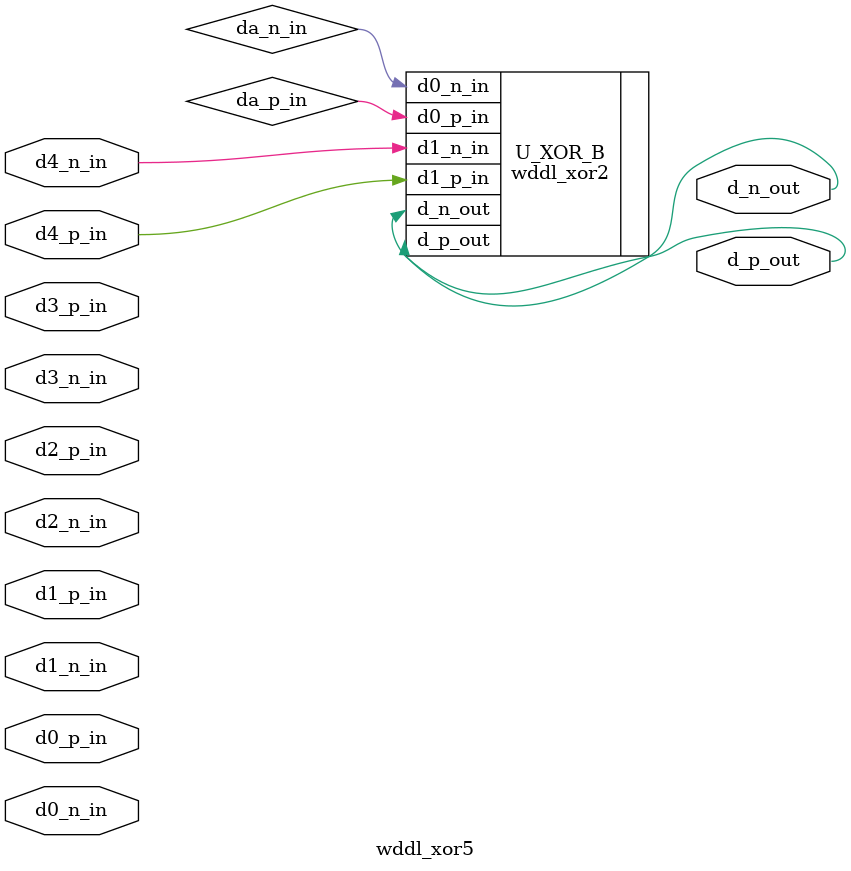
<source format=v>
module  wddl_xor5
(
 d0_p_in
,d0_n_in
,d1_p_in
,d1_n_in
,d2_p_in
,d2_n_in
,d3_p_in
,d3_n_in
,d4_p_in
,d4_n_in
,d_p_out
,d_n_out
);

parameter WIDTH      = 1;

input   [WIDTH-1 : 0]   d0_p_in, d0_n_in;
input   [WIDTH-1 : 0]   d1_p_in, d1_n_in;
input   [WIDTH-1 : 0]   d2_p_in, d2_n_in;
input   [WIDTH-1 : 0]   d3_p_in, d3_n_in;
input   [WIDTH-1 : 0]   d4_p_in, d4_n_in;
output  [WIDTH-1 : 0]   d_p_out, d_n_out;

wire    [WIDTH-1 : 0]   da_p_w, da_n_w;



wddl_xor4 #(WIDTH)  U_XOR_A
(
 .d0_p_in   ( d0_p_in   )
,.d0_n_in   ( d0_n_in   )
,.d1_p_in   ( d1_p_in   )
,.d1_n_in   ( d1_n_in   )
,.d2_p_in   ( d2_p_in   )
,.d2_n_in   ( d2_n_in   )
,.d3_p_in   ( d3_p_in   )
,.d3_n_in   ( d3_n_in   )

,.d_p_out   ( da_p_w    )
,.d_n_out   ( da_n_w    )

);


wddl_xor2 #(WIDTH)    U_XOR_B
(
 .d0_p_in   ( da_p_in   )
,.d0_n_in   ( da_n_in   )
,.d1_p_in   ( d4_p_in   )
,.d1_n_in   ( d4_n_in   )
,.d_p_out   ( d_p_out    )
,.d_n_out   ( d_n_out    )
);


endmodule

</source>
